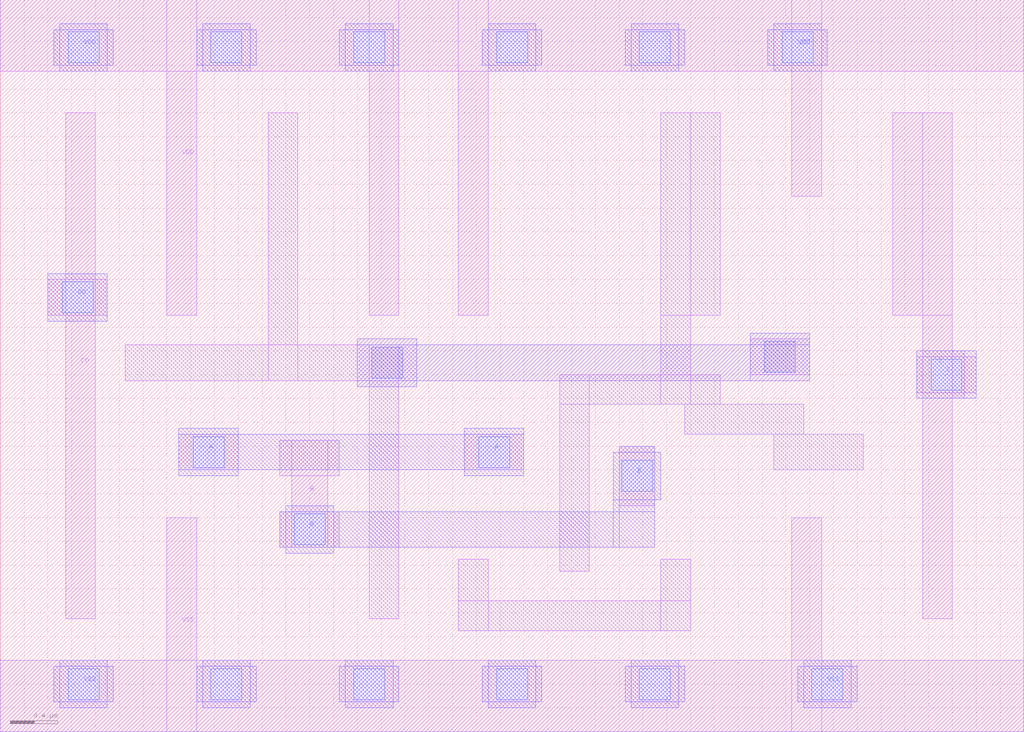
<source format=lef>
# Copyright 2022 Google LLC
# Licensed under the Apache License, Version 2.0 (the "License");
# you may not use this file except in compliance with the License.
# You may obtain a copy of the License at
#
#      http://www.apache.org/licenses/LICENSE-2.0
#
# Unless required by applicable law or agreed to in writing, software
# distributed under the License is distributed on an "AS IS" BASIS,
# WITHOUT WARRANTIES OR CONDITIONS OF ANY KIND, either express or implied.
# See the License for the specific language governing permissions and
# limitations under the License.
VERSION 5.7 ;
BUSBITCHARS "[]" ;
DIVIDERCHAR "/" ;

MACRO gf180mcu_osu_sc_9T_addh_1
  CLASS CORE ;
  ORIGIN 0 0 ;
  FOREIGN gf180mcu_osu_sc_9T_addh_1 0 0 ;
  SIZE 8.6 BY 6.15 ;
  SYMMETRY X Y ;
  SITE GF018hv5v_mcu_sc7 ;
  PIN A
    DIRECTION INPUT ;
    USE SIGNAL ;
    PORT
      LAYER MET1 ;
        RECT 3.9 2.2 4.4 2.5 ;
        RECT 1.5 2.2 2 2.5 ;
      LAYER MET2 ;
        RECT 3.9 2.15 4.4 2.55 ;
        RECT 1.5 2.2 4.4 2.5 ;
        RECT 1.5 2.15 2 2.55 ;
      LAYER VIA12 ;
        RECT 1.62 2.22 1.88 2.48 ;
        RECT 4.02 2.22 4.28 2.48 ;
    END
  END A
  PIN B
    DIRECTION INPUT ;
    USE SIGNAL ;
    PORT
      LAYER MET1 ;
        RECT 5.2 1.9 5.5 2.4 ;
        RECT 2.35 2.15 2.85 2.45 ;
        RECT 2.35 1.55 2.85 1.85 ;
        RECT 2.45 1.55 2.75 2.45 ;
      LAYER MET2 ;
        RECT 5.15 1.95 5.55 2.35 ;
        RECT 5.2 1.55 5.5 2.4 ;
        RECT 5.15 1.55 5.5 2.35 ;
        RECT 2.35 1.55 5.5 1.85 ;
        RECT 2.4 1.5 2.8 1.9 ;
      LAYER VIA12 ;
        RECT 2.47 1.57 2.73 1.83 ;
        RECT 5.22 2.02 5.48 2.28 ;
    END
  END B
  PIN CO
    DIRECTION OUTPUT ;
    USE SIGNAL ;
    PORT
      LAYER MET1 ;
        RECT 0.4 3.5 0.9 3.8 ;
        RECT 0.55 0.95 0.8 5.2 ;
      LAYER MET2 ;
        RECT 0.4 3.45 0.9 3.85 ;
      LAYER VIA12 ;
        RECT 0.52 3.52 0.78 3.78 ;
    END
  END CO
  PIN S
    DIRECTION OUTPUT ;
    USE SIGNAL ;
    PORT
      LAYER MET1 ;
        RECT 7.7 2.85 8.2 3.15 ;
        RECT 7.75 2.8 8.1 3.2 ;
        RECT 7.5 3.5 8 5.2 ;
        RECT 7.75 0.95 8 5.2 ;
      LAYER MET2 ;
        RECT 7.7 2.8 8.2 3.2 ;
      LAYER VIA12 ;
        RECT 7.82 2.87 8.08 3.13 ;
    END
  END S
  PIN VDD
    DIRECTION INOUT ;
    USE POWER ;
    SHAPE ABUTMENT ;
    PORT
      LAYER MET1 ;
        RECT 0 5.55 8.6 6.15 ;
        RECT 6.65 4.5 6.9 6.15 ;
        RECT 3.85 3.5 4.1 6.15 ;
        RECT 3.1 3.5 3.35 6.15 ;
        RECT 1.4 3.5 1.65 6.15 ;
      LAYER MET2 ;
        RECT 6.45 5.6 6.95 5.9 ;
        RECT 6.5 5.55 6.9 5.95 ;
        RECT 5.25 5.6 5.75 5.9 ;
        RECT 5.3 5.55 5.7 5.95 ;
        RECT 4.05 5.6 4.55 5.9 ;
        RECT 4.1 5.55 4.5 5.95 ;
        RECT 2.85 5.6 3.35 5.9 ;
        RECT 2.9 5.55 3.3 5.95 ;
        RECT 1.65 5.6 2.15 5.9 ;
        RECT 1.7 5.55 2.1 5.95 ;
        RECT 0.45 5.6 0.95 5.9 ;
        RECT 0.5 5.55 0.9 5.95 ;
      LAYER VIA12 ;
        RECT 0.57 5.62 0.83 5.88 ;
        RECT 1.77 5.62 2.03 5.88 ;
        RECT 2.97 5.62 3.23 5.88 ;
        RECT 4.17 5.62 4.43 5.88 ;
        RECT 5.37 5.62 5.63 5.88 ;
        RECT 6.57 5.62 6.83 5.88 ;
    END
  END VDD
  PIN VSS
    DIRECTION INOUT ;
    USE GROUND ;
    PORT
      LAYER MET1 ;
        RECT 0 0 8.6 0.6 ;
        RECT 6.65 0 6.9 1.8 ;
        RECT 1.4 0 1.65 1.8 ;
      LAYER MET2 ;
        RECT 6.7 0.25 7.2 0.55 ;
        RECT 6.75 0.2 7.15 0.6 ;
        RECT 5.25 0.25 5.75 0.55 ;
        RECT 5.3 0.2 5.7 0.6 ;
        RECT 4.05 0.25 4.55 0.55 ;
        RECT 4.1 0.2 4.5 0.6 ;
        RECT 2.85 0.25 3.35 0.55 ;
        RECT 2.9 0.2 3.3 0.6 ;
        RECT 1.65 0.25 2.15 0.55 ;
        RECT 1.7 0.2 2.1 0.6 ;
        RECT 0.45 0.25 0.95 0.55 ;
        RECT 0.5 0.2 0.9 0.6 ;
      LAYER VIA12 ;
        RECT 0.57 0.27 0.83 0.53 ;
        RECT 1.77 0.27 2.03 0.53 ;
        RECT 2.97 0.27 3.23 0.53 ;
        RECT 4.17 0.27 4.43 0.53 ;
        RECT 5.37 0.27 5.63 0.53 ;
        RECT 6.82 0.27 7.08 0.53 ;
    END
  END VSS
  OBS
    LAYER MET2 ;
      RECT 6.3 2.95 6.8 3.35 ;
      RECT 3 2.9 3.5 3.3 ;
      RECT 3 2.95 6.8 3.25 ;
    LAYER VIA12 ;
      RECT 6.42 3.02 6.68 3.28 ;
      RECT 3.12 2.97 3.38 3.23 ;
    LAYER MET1 ;
      RECT 5.55 3.5 6.05 5.2 ;
      RECT 5.55 2.75 5.8 5.2 ;
      RECT 4.7 2.75 6.05 3 ;
      RECT 5.75 2.5 6.75 2.75 ;
      RECT 4.7 1.35 4.95 3 ;
      RECT 6.5 2.2 7.25 2.5 ;
      RECT 5.55 0.85 5.8 1.45 ;
      RECT 3.85 0.85 4.1 1.45 ;
      RECT 3.85 0.85 5.8 1.1 ;
      RECT 2.25 2.95 2.5 5.2 ;
      RECT 1.05 2.95 3.5 3.25 ;
      RECT 3.1 0.95 3.35 3.25 ;
      RECT 6.3 3 6.8 3.3 ;
  END
END gf180mcu_osu_sc_9T_addh_1

</source>
